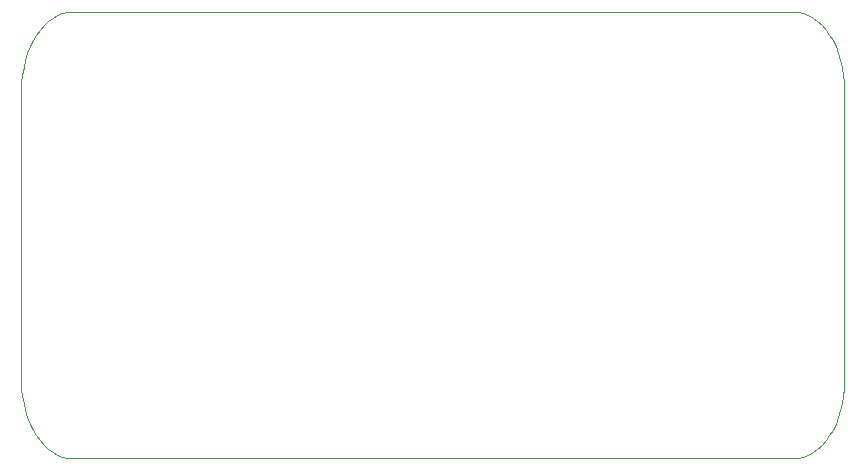
<source format=gbr>
%TF.GenerationSoftware,KiCad,Pcbnew,(7.0.0)*%
%TF.CreationDate,2024-07-03T12:20:39-05:00*%
%TF.ProjectId,DC32H4X0R,44433332-4834-4583-9052-2e6b69636164,rev?*%
%TF.SameCoordinates,Original*%
%TF.FileFunction,Profile,NP*%
%FSLAX46Y46*%
G04 Gerber Fmt 4.6, Leading zero omitted, Abs format (unit mm)*
G04 Created by KiCad (PCBNEW (7.0.0)) date 2024-07-03 12:20:39*
%MOMM*%
%LPD*%
G01*
G04 APERTURE LIST*
%TA.AperFunction,Profile*%
%ADD10C,0.100000*%
%TD*%
G04 APERTURE END LIST*
D10*
X40757864Y-42665993D02*
X101750384Y-42665993D01*
X101750384Y-42665993D02*
X102196084Y-42700193D01*
X102196084Y-42700193D02*
X102628684Y-42800493D01*
X102628684Y-42800493D02*
X103045984Y-42963693D01*
X103045984Y-42963693D02*
X103445684Y-43186493D01*
X103445684Y-43186493D02*
X103825884Y-43465593D01*
X103825884Y-43465593D02*
X104184384Y-43797693D01*
X104184384Y-43797693D02*
X104518884Y-44179493D01*
X104518884Y-44179493D02*
X104827284Y-44607793D01*
X104827284Y-44607793D02*
X105107484Y-45079093D01*
X105107484Y-45079093D02*
X105357384Y-45590193D01*
X105357384Y-45590193D02*
X105574584Y-46138093D01*
X105574584Y-46138093D02*
X105757184Y-46719093D01*
X105757184Y-46719093D02*
X105902984Y-47329993D01*
X105902984Y-47329993D02*
X106009784Y-47967793D01*
X106009784Y-47967793D02*
X106075484Y-48628793D01*
X106075484Y-48628793D02*
X106097784Y-49309993D01*
X106097784Y-49309993D02*
X106097784Y-73809293D01*
X106097784Y-73809293D02*
X106075484Y-74490493D01*
X106075484Y-74490493D02*
X106009784Y-75151493D01*
X106009784Y-75151493D02*
X105902984Y-75789293D01*
X105902984Y-75789293D02*
X105757184Y-76400293D01*
X105757184Y-76400293D02*
X105574584Y-76981293D01*
X105574584Y-76981293D02*
X105357384Y-77529093D01*
X105357384Y-77529093D02*
X105107484Y-78040193D01*
X105107484Y-78040193D02*
X104827284Y-78511593D01*
X104827284Y-78511593D02*
X104518884Y-78939893D01*
X104518884Y-78939893D02*
X104184384Y-79321593D01*
X104184384Y-79321593D02*
X103825884Y-79653693D01*
X103825884Y-79653693D02*
X103445684Y-79932893D01*
X103445684Y-79932893D02*
X103045984Y-80155593D01*
X103045984Y-80155593D02*
X102628684Y-80318893D01*
X102628684Y-80318893D02*
X102196084Y-80419193D01*
X102196084Y-80419193D02*
X101750384Y-80453393D01*
X101750384Y-80453393D02*
X40757864Y-80453393D01*
X40757864Y-80453393D02*
X40312124Y-80419193D01*
X40312124Y-80419193D02*
X39879554Y-80318893D01*
X39879554Y-80318893D02*
X39462284Y-80155693D01*
X39462284Y-80155693D02*
X39062484Y-79932893D01*
X39062484Y-79932893D02*
X38682284Y-79653693D01*
X38682284Y-79653693D02*
X38323864Y-79321593D01*
X38323864Y-79321593D02*
X37989364Y-78939893D01*
X37989364Y-78939893D02*
X37680934Y-78511593D01*
X37680934Y-78511593D02*
X37400724Y-78040193D01*
X37400724Y-78040193D02*
X37150892Y-77529093D01*
X37150892Y-77529093D02*
X36933592Y-76981293D01*
X36933592Y-76981293D02*
X36750974Y-76400293D01*
X36750974Y-76400293D02*
X36605190Y-75789293D01*
X36605190Y-75789293D02*
X36498395Y-75151493D01*
X36498395Y-75151493D02*
X36432739Y-74490493D01*
X36432739Y-74490493D02*
X36410376Y-73809293D01*
X36410376Y-73809293D02*
X36410376Y-49309993D01*
X36410376Y-49309993D02*
X36432739Y-48628893D01*
X36432739Y-48628893D02*
X36498395Y-47967793D01*
X36498395Y-47967793D02*
X36605190Y-47329993D01*
X36605190Y-47329993D02*
X36750974Y-46719093D01*
X36750974Y-46719093D02*
X36933592Y-46138093D01*
X36933592Y-46138093D02*
X37150892Y-45590193D01*
X37150892Y-45590193D02*
X37400724Y-45079093D01*
X37400724Y-45079093D02*
X37680934Y-44607793D01*
X37680934Y-44607793D02*
X37989364Y-44179493D01*
X37989364Y-44179493D02*
X38323864Y-43797693D01*
X38323864Y-43797693D02*
X38682284Y-43465593D01*
X38682284Y-43465593D02*
X39062484Y-43186493D01*
X39062484Y-43186493D02*
X39462284Y-42963693D01*
X39462284Y-42963693D02*
X39879554Y-42800493D01*
X39879554Y-42800493D02*
X40312124Y-42700193D01*
X40312124Y-42700193D02*
X40757864Y-42665993D01*
X40757864Y-42665993D02*
X40757864Y-42665993D01*
X40757864Y-42665993D02*
X40757864Y-42665993D01*
M02*

</source>
